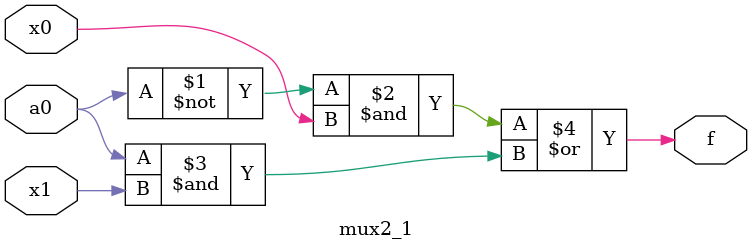
<source format=v>
`timescale 1ns / 1ps

module mux2_1(
    input a0, x1, x0,
    output f
);
    assign f = ~a0 & x0 | a0 & x1;
endmodule

</source>
